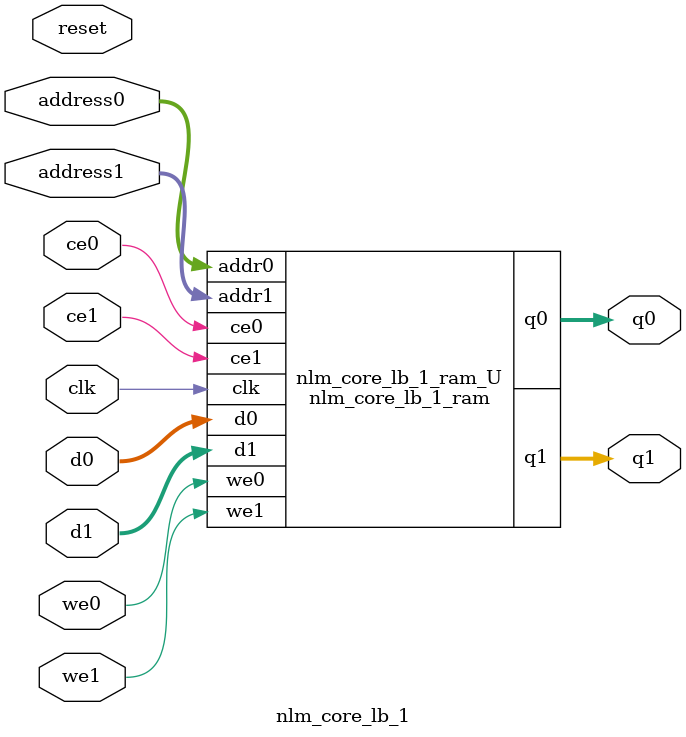
<source format=v>

`timescale 1 ns / 1 ps
module nlm_core_lb_1_ram (addr0, ce0, d0, we0, q0, addr1, ce1, d1, we1, q1,  clk);

parameter DWIDTH = 8;
parameter AWIDTH = 8;
parameter MEM_SIZE = 256;

input[AWIDTH-1:0] addr0;
input ce0;
input[DWIDTH-1:0] d0;
input we0;
output reg[DWIDTH-1:0] q0;
input[AWIDTH-1:0] addr1;
input ce1;
input[DWIDTH-1:0] d1;
input we1;
output reg[DWIDTH-1:0] q1;
input clk;

(* ram_style = "block" *)reg [DWIDTH-1:0] ram[0:MEM_SIZE-1];




always @(posedge clk)  
begin 
    if (ce0) 
    begin
        if (we0) 
        begin 
            ram[addr0] <= d0; 
            q0 <= d0;
        end 
        else 
            q0 <= ram[addr0];
    end
end


always @(posedge clk)  
begin 
    if (ce1) 
    begin
        if (we1) 
        begin 
            ram[addr1] <= d1; 
            q1 <= d1;
        end 
        else 
            q1 <= ram[addr1];
    end
end


endmodule


`timescale 1 ns / 1 ps
module nlm_core_lb_1(
    reset,
    clk,
    address0,
    ce0,
    we0,
    d0,
    q0,
    address1,
    ce1,
    we1,
    d1,
    q1);

parameter DataWidth = 32'd8;
parameter AddressRange = 32'd256;
parameter AddressWidth = 32'd8;
input reset;
input clk;
input[AddressWidth - 1:0] address0;
input ce0;
input we0;
input[DataWidth - 1:0] d0;
output[DataWidth - 1:0] q0;
input[AddressWidth - 1:0] address1;
input ce1;
input we1;
input[DataWidth - 1:0] d1;
output[DataWidth - 1:0] q1;



nlm_core_lb_1_ram nlm_core_lb_1_ram_U(
    .clk( clk ),
    .addr0( address0 ),
    .ce0( ce0 ),
    .we0( we0 ),
    .d0( d0 ),
    .q0( q0 ),
    .addr1( address1 ),
    .ce1( ce1 ),
    .we1( we1 ),
    .d1( d1 ),
    .q1( q1 ));

endmodule


</source>
